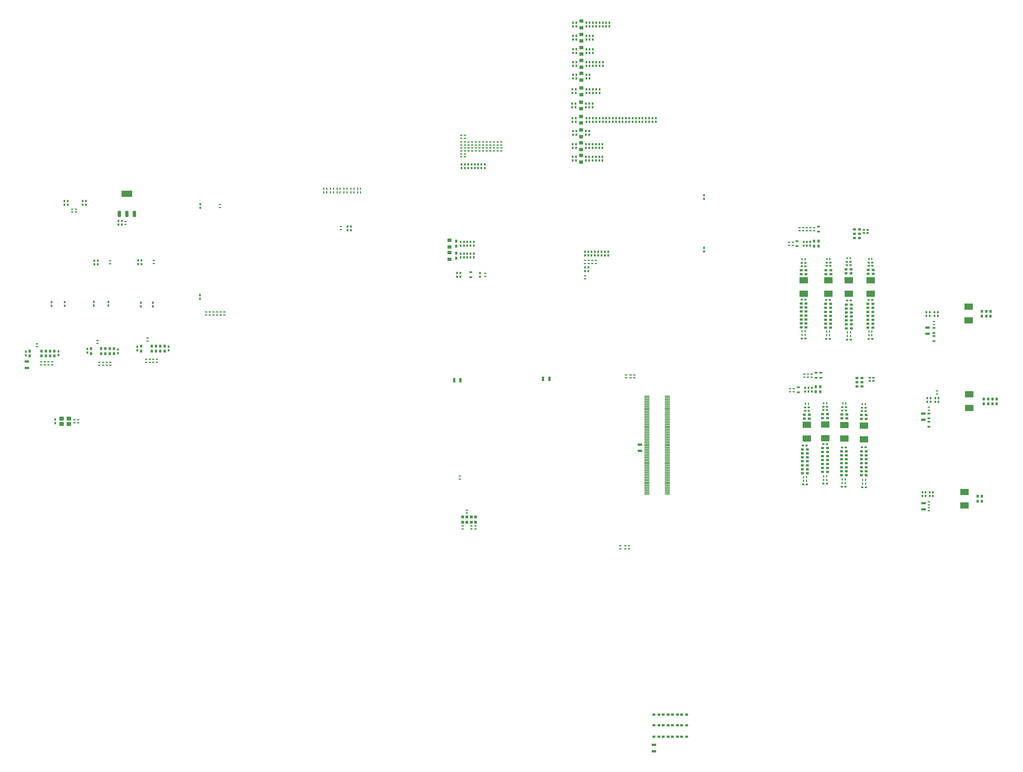
<source format=gbp>
%FSLAX46Y46*%
%MOMM*%
%AMPS19*
21,1,0.600000,0.500000,0.000000,0.000000,360.000000*
%
%ADD19PS19*%
%AMPS12*
21,1,0.600000,0.500000,0.000000,0.000000,270.000000*
%
%ADD12PS12*%
%AMPS21*
21,1,0.600000,0.500000,0.000000,0.000000,90.000000*
%
%ADD21PS21*%
%AMPS28*
21,1,1.400000,1.200000,0.000000,0.000000,360.000000*
%
%ADD28PS28*%
%AMPS25*
21,1,0.800000,0.800000,0.000000,0.000000,270.000000*
%
%ADD25PS25*%
%AMPS20*
21,1,1.000000,1.250000,0.000000,0.000000,270.000000*
%
%ADD20PS20*%
%AMPS14*
21,1,0.800000,0.750000,0.000000,0.000000,360.000000*
%
%ADD14PS14*%
%AMPS16*
21,1,0.800000,0.750000,0.000000,0.000000,270.000000*
%
%ADD16PS16*%
%AMPS26*
21,1,0.800000,0.750000,0.000000,0.000000,90.000000*
%
%ADD26PS26*%
%AMPS13*
21,1,0.400000,0.600000,0.000000,0.000000,360.000000*
%
%ADD13PS13*%
%AMPS11*
21,1,0.400000,0.600000,0.000000,0.000000,270.000000*
%
%ADD11PS11*%
%AMPS15*
21,1,0.400000,0.600000,0.000000,0.000000,90.000000*
%
%ADD15PS15*%
%AMPS22*
21,1,1.900000,2.500000,0.000000,0.000000,270.000000*
%
%ADD22PS22*%
%AMPS10*
21,1,0.700000,1.300000,0.000000,0.000000,270.000000*
%
%ADD10PS10*%
%AMPS27*
21,1,0.700000,1.300000,0.000000,0.000000,180.000000*
%
%ADD27PS27*%
%AMPS24*
21,1,0.700000,1.300000,0.000000,0.000000,90.000000*
%
%ADD24PS24*%
%AMPS17*
21,1,0.304800,1.447800,0.000000,0.000000,270.000000*
%
%ADD17PS17*%
%AMPS23*
21,1,0.500000,0.900000,0.000000,0.000000,270.000000*
%
%ADD23PS23*%
%AMPS18*
21,1,0.500000,0.900000,0.000000,0.000000,90.000000*
%
%ADD18PS18*%
%AMPS30*
1,1,0.500000,-1.375000,0.700000*
1,1,0.500000,-1.375000,-0.700000*
21,1,3.250000,1.400000,0.000000,0.000000,180.000000*
21,1,2.750000,1.900000,0.000000,0.000000,180.000000*
1,1,0.500000,1.375000,0.700000*
1,1,0.500000,1.375000,-0.700000*
%
%ADD30PS30*%
%AMPS29*
1,1,0.400000,0.275000,-0.750000*
1,1,0.400000,0.275000,0.750000*
21,1,0.950000,1.500000,0.000000,0.000000,360.000000*
21,1,0.550000,1.900000,0.000000,0.000000,360.000000*
1,1,0.400000,-0.275000,-0.750000*
1,1,0.400000,-0.275000,0.750000*
%
%ADD29PS29*%
G01*
G01*
%LPD*%
G75*
D10*
X-150000000Y24350000D03*
D10*
X-150000000Y26250000D03*
D11*
X86100000Y21550000D03*
D11*
X86100000Y22450000D03*
D11*
X-9900000Y89950000D03*
D11*
X-9900000Y90850000D03*
D12*
X16100000Y124750000D03*
D12*
X16100000Y123650000D03*
D13*
X-59350000Y77400000D03*
D13*
X-60250000Y77400000D03*
D14*
X102250000Y-2100000D03*
D14*
X103750000Y-2100000D03*
D12*
X22000000Y88150000D03*
D12*
X22000000Y87050000D03*
D12*
X85300000Y18350000D03*
D12*
X85300000Y17250000D03*
D12*
X20000000Y104250000D03*
D12*
X20000000Y103150000D03*
D15*
X-95800000Y41250000D03*
D15*
X-95800000Y40350000D03*
D12*
X19000000Y88150000D03*
D12*
X19000000Y87050000D03*
D13*
X97350000Y-9400000D03*
D13*
X96450000Y-9400000D03*
D16*
X88000000Y62650000D03*
D16*
X88000000Y61150000D03*
D12*
X15000000Y88150000D03*
D12*
X15000000Y87050000D03*
D16*
X-111000000Y30950000D03*
D16*
X-111000000Y29450000D03*
D12*
X86300000Y18350000D03*
D12*
X86300000Y17250000D03*
D11*
X85000000Y21550000D03*
D11*
X85000000Y22450000D03*
D17*
X37413900Y15260800D03*
D17*
X37413900Y-6255500D03*
D17*
X43586100Y-7756700D03*
D17*
X37413900Y-11259300D03*
D17*
X43586100Y7254800D03*
D17*
X43586100Y-1251700D03*
D17*
X43586100Y10757400D03*
D17*
X37413900Y-250900D03*
D17*
X43586100Y13259300D03*
D17*
X43586100Y-6755900D03*
D17*
X37413900Y12759000D03*
D17*
X43586100Y-9758200D03*
D17*
X37413900Y-4754300D03*
D17*
X37413900Y-6755900D03*
D17*
X37413900Y-3753600D03*
D17*
X43586100Y4252500D03*
D17*
X43586100Y-5755100D03*
D17*
X43586100Y13759700D03*
D17*
X37413900Y13259300D03*
D17*
X43586100Y-10758900D03*
D17*
X37413900Y11758200D03*
D17*
X43586100Y-5254700D03*
D17*
X43586100Y5253300D03*
D17*
X37413900Y-4253900D03*
D17*
X37413900Y-2752800D03*
D17*
X43586100Y-4253900D03*
D17*
X37413900Y-8257000D03*
D17*
X43586100Y4752900D03*
D17*
X37413900Y14260100D03*
D17*
X43586100Y-3253200D03*
D17*
X43586100Y12258600D03*
D17*
X37413900Y249400D03*
D17*
X37413900Y-751300D03*
D17*
X43586100Y7755200D03*
D17*
X43586100Y10257000D03*
D17*
X43586100Y-7256299D03*
D17*
X37413900Y8755900D03*
D17*
X37413900Y5253300D03*
D17*
X43586100Y9256299D03*
D17*
X43586100Y-2752800D03*
D17*
X37413900Y3752200D03*
D17*
X43586100Y-10258500D03*
D17*
X37413900Y-12760400D03*
D17*
X43586100Y-13260800D03*
D17*
X43586100Y5753700D03*
D17*
X37413900Y8255500D03*
D17*
X43586100Y-3753600D03*
D17*
X37413900Y749801D03*
D17*
X43586100Y-1752100D03*
D17*
X37413900Y-7756700D03*
D17*
X43586100Y-751300D03*
D17*
X37413900Y5753700D03*
D17*
X37413900Y1250199D03*
D17*
X37413900Y2751400D03*
D17*
X37413900Y-10758900D03*
D17*
X43586100Y2751400D03*
D17*
X43586100Y11758200D03*
D17*
X43586100Y-4754300D03*
D17*
X43586100Y-12760400D03*
D17*
X43586100Y-2252400D03*
D17*
X37413900Y9756700D03*
D17*
X37413900Y-7256299D03*
D17*
X43586100Y749801D03*
D17*
X37413900Y-2252400D03*
D17*
X37413900Y4752900D03*
D17*
X43586100Y15761200D03*
D17*
X37413900Y-5755100D03*
D17*
X37413900Y9256299D03*
D17*
X37413900Y6254000D03*
D17*
X37413900Y7755200D03*
D17*
X43586100Y9756700D03*
D17*
X43586100Y6754400D03*
D17*
X43586100Y1750600D03*
D17*
X43586100Y8755900D03*
D17*
X43586100Y3752200D03*
D17*
X37413900Y-9257800D03*
D17*
X37413900Y4252500D03*
D17*
X43586100Y1250199D03*
D17*
X37413900Y-12260000D03*
D17*
X37413900Y14760500D03*
D17*
X37413900Y-5254700D03*
D17*
X37413900Y15761200D03*
D17*
X43586100Y-11259300D03*
D17*
X43586100Y-8757400D03*
D17*
X37413900Y10257000D03*
D17*
X37413900Y13759700D03*
D17*
X37413900Y7254800D03*
D17*
X37413900Y12258600D03*
D17*
X37413900Y3251800D03*
D17*
X37413900Y-13260800D03*
D17*
X37413900Y-8757400D03*
D17*
X37413900Y6754400D03*
D17*
X37413900Y1750600D03*
D17*
X37413900Y-9758200D03*
D17*
X43586100Y-12260000D03*
D17*
X43586100Y249400D03*
D17*
X43586100Y3251800D03*
D17*
X37413900Y-1251700D03*
D17*
X43586100Y15260800D03*
D17*
X43586100Y-8257000D03*
D17*
X37413900Y10757400D03*
D17*
X43586100Y12759000D03*
D17*
X37413900Y-11759700D03*
D17*
X43586100Y-6255500D03*
D17*
X37413900Y2251000D03*
D17*
X43586100Y14260100D03*
D17*
X37413900Y11257800D03*
D17*
X43586100Y-13761200D03*
D17*
X43586100Y2251000D03*
D17*
X43586100Y11257800D03*
D17*
X43586100Y8255500D03*
D17*
X43586100Y-250900D03*
D17*
X37413900Y-1752100D03*
D17*
X37413900Y-3253200D03*
D17*
X43586100Y6254000D03*
D17*
X43586100Y14760500D03*
D17*
X43586100Y-11759700D03*
D17*
X37413900Y-10258500D03*
D17*
X37413900Y-13761200D03*
D17*
X43586100Y-9257800D03*
D11*
X19799996Y55949994D03*
D11*
X19799996Y56849994D03*
D12*
X16100000Y120650000D03*
D12*
X16100000Y119550000D03*
D12*
X24100000Y128750000D03*
D12*
X24100000Y127650000D03*
D12*
X24700000Y59450000D03*
D12*
X24700000Y58350000D03*
D11*
X80400000Y61450000D03*
D11*
X80400000Y62350000D03*
D12*
X16100000Y116750000D03*
D12*
X16100000Y115650000D03*
D12*
X19100000Y128750000D03*
D12*
X19100000Y127650000D03*
D12*
X20100000Y120650000D03*
D12*
X20100000Y119550000D03*
D11*
X-110700000Y26050000D03*
D11*
X-110700000Y26950000D03*
D18*
X82800000Y62650000D03*
D18*
X82800000Y61150000D03*
D16*
X140600000Y14950000D03*
D16*
X140600000Y13450000D03*
D11*
X31100000Y21350000D03*
D11*
X31100000Y22250000D03*
D11*
X30900000Y-30350000D03*
D11*
X30900000Y-29450000D03*
D13*
X91750000Y13700000D03*
D13*
X90850000Y13700000D03*
D12*
X18700000Y59450000D03*
D12*
X18700000Y58350000D03*
D12*
X24100000Y99850000D03*
D12*
X24100000Y98750000D03*
D11*
X-112900000Y26050000D03*
D11*
X-112900000Y26950000D03*
D14*
X91450000Y43700000D03*
D14*
X92950000Y43700000D03*
D19*
X91650000Y44900000D03*
D19*
X92750000Y44900000D03*
D12*
X14900000Y99850000D03*
D12*
X14900000Y98750000D03*
D11*
X-111700000Y55950000D03*
D11*
X-111700000Y56850000D03*
D12*
X29100000Y99850000D03*
D12*
X29100000Y98750000D03*
D13*
X103550000Y-9500000D03*
D13*
X102650000Y-9500000D03*
D20*
X-22300008Y57200056D03*
D20*
X-22300008Y59200056D03*
D11*
X-124900000Y55850000D03*
D11*
X-124900000Y56750000D03*
D16*
X-123700000Y30150000D03*
D16*
X-123700000Y28650000D03*
D14*
X84450000Y-300000D03*
D14*
X85950000Y-300000D03*
D12*
X15100000Y112950000D03*
D12*
X15100000Y111850000D03*
D12*
X15900000Y99850000D03*
D12*
X15900000Y98750000D03*
D11*
X84700000Y65850000D03*
D11*
X84700000Y66750000D03*
D21*
X-138700000Y73650000D03*
D21*
X-138700000Y74750000D03*
D16*
X140000000Y41450000D03*
D16*
X140000000Y39950000D03*
D11*
X29400000Y-30350000D03*
D11*
X29400000Y-29450000D03*
D19*
X96450000Y300000D03*
D19*
X97550000Y300000D03*
D12*
X37100000Y99850000D03*
D12*
X37100000Y98750000D03*
D13*
X-57350000Y78500000D03*
D13*
X-58250000Y78500000D03*
D12*
X-17900000Y58850000D03*
D12*
X-17900000Y57750000D03*
D19*
X104450000Y56200000D03*
D19*
X105550000Y56200000D03*
D22*
X98500000Y50850000D03*
D22*
X98500000Y46750000D03*
D11*
X-12100000Y91750000D03*
D11*
X-12100000Y92650000D03*
D14*
X96250000Y-2100000D03*
D14*
X97750000Y-2100000D03*
D10*
X121000000Y8650000D03*
D10*
X121000000Y10550000D03*
D12*
X24000000Y91950000D03*
D12*
X24000000Y90850000D03*
D21*
X15800000Y103150000D03*
D21*
X15800000Y104250000D03*
D23*
X83200000Y16950000D03*
D23*
X83200000Y18450000D03*
D14*
X84050000Y53900000D03*
D14*
X85550000Y53900000D03*
D16*
X138700000Y41450000D03*
D16*
X138700000Y39950000D03*
D21*
X-115600000Y42950000D03*
D21*
X-115600000Y44050000D03*
D11*
X-143500000Y25250000D03*
D11*
X-143500000Y26150000D03*
D19*
X97950000Y44700000D03*
D19*
X99050000Y44700000D03*
D12*
X-122500000Y29950000D03*
D12*
X-122500000Y28850000D03*
D20*
X17599992Y127200056D03*
D20*
X17599992Y129200056D03*
D14*
X84050000Y39000000D03*
D14*
X85550000Y39000000D03*
D12*
X25100000Y128750000D03*
D12*
X25100000Y127650000D03*
D14*
X84050000Y41400000D03*
D14*
X85550000Y41400000D03*
D12*
X21100000Y128750000D03*
D12*
X21100000Y127650000D03*
D11*
X-145700000Y25250000D03*
D11*
X-145700000Y26150000D03*
D12*
X20700000Y59450000D03*
D12*
X20700000Y58350000D03*
D13*
X85250000Y34300000D03*
D13*
X84350000Y34300000D03*
D12*
X-16900000Y62450000D03*
D12*
X-16900000Y61350000D03*
D14*
X45150000Y-83700000D03*
D14*
X46650000Y-83700000D03*
D12*
X18700000Y54750000D03*
D12*
X18700000Y53650000D03*
D19*
X84250000Y33200000D03*
D19*
X85350000Y33200000D03*
D14*
X96250000Y-6900000D03*
D14*
X97750000Y-6900000D03*
D11*
X-16500000Y89950000D03*
D11*
X-16500000Y90850000D03*
D13*
X98950000Y34000000D03*
D13*
X98050000Y34000000D03*
D13*
X-53250000Y78500000D03*
D13*
X-54150000Y78500000D03*
D16*
X138700000Y-14450000D03*
D16*
X138700000Y-15950000D03*
D12*
X-141500000Y8750000D03*
D12*
X-141500000Y7650000D03*
D12*
X-18900000Y62450000D03*
D12*
X-18900000Y61350000D03*
D14*
X90550000Y-2300000D03*
D14*
X92050000Y-2300000D03*
D14*
X84050000Y42600000D03*
D14*
X85550000Y42600000D03*
D12*
X19000000Y104250000D03*
D12*
X19000000Y103150000D03*
D12*
X14900000Y108550000D03*
D12*
X14900000Y107450000D03*
D24*
X122300000Y36550000D03*
D24*
X122300000Y34650000D03*
D11*
X-19100000Y-9250000D03*
D11*
X-19100000Y-8350000D03*
D16*
X-109700000Y30950000D03*
D16*
X-109700000Y29450000D03*
D19*
X96550000Y11500000D03*
D19*
X97650000Y11500000D03*
D12*
X-52100000Y67050000D03*
D12*
X-52100000Y65950000D03*
D14*
X96250000Y-4500000D03*
D14*
X97750000Y-4500000D03*
D12*
X20100000Y112950000D03*
D12*
X20100000Y111850000D03*
D14*
X84450000Y-5100000D03*
D14*
X85950000Y-5100000D03*
D12*
X-129800000Y44350000D03*
D12*
X-129800000Y43250000D03*
D14*
X97750000Y41100000D03*
D14*
X99250000Y41100000D03*
D11*
X-8800000Y89950000D03*
D11*
X-8800000Y90850000D03*
D12*
X-116700000Y30750000D03*
D12*
X-116700000Y29650000D03*
D12*
X-115400000Y56850000D03*
D12*
X-115400000Y55750000D03*
D11*
X-128700000Y31750000D03*
D11*
X-128700000Y32650000D03*
D14*
X97750000Y37500000D03*
D14*
X99250000Y37500000D03*
D14*
X84050000Y37800000D03*
D14*
X85550000Y37800000D03*
D19*
X102450000Y12300000D03*
D19*
X103550000Y12300000D03*
D11*
X-144600000Y25250000D03*
D11*
X-144600000Y26150000D03*
D12*
X23700000Y59450000D03*
D12*
X23700000Y58350000D03*
D11*
X-15400000Y91750000D03*
D11*
X-15400000Y92650000D03*
D22*
X105100000Y50850000D03*
D22*
X105100000Y46750000D03*
D12*
X16100000Y112950000D03*
D12*
X16100000Y111850000D03*
D14*
X102250000Y-5700000D03*
D14*
X103750000Y-5700000D03*
D12*
X-18900000Y58850000D03*
D12*
X-18900000Y57750000D03*
D16*
X89300000Y62650000D03*
D16*
X89300000Y61150000D03*
D11*
X-8800000Y91750000D03*
D11*
X-8800000Y92650000D03*
D11*
X-90300000Y40350000D03*
D11*
X-90300000Y41250000D03*
D11*
X-9900000Y91750000D03*
D11*
X-9900000Y92650000D03*
D14*
X39550000Y-80500000D03*
D14*
X41050000Y-80500000D03*
D11*
X-17600000Y91750000D03*
D11*
X-17600000Y92650000D03*
D19*
X104850000Y21400000D03*
D19*
X105950000Y21400000D03*
D12*
X36100000Y99850000D03*
D12*
X36100000Y98750000D03*
D14*
X102250000Y-900000D03*
D14*
X103750000Y-900000D03*
D13*
X103450000Y13400000D03*
D13*
X102550000Y13400000D03*
D12*
X20100000Y116750000D03*
D12*
X20100000Y115650000D03*
D21*
X121700000Y-14350000D03*
D21*
X121700000Y-13250000D03*
D14*
X97750000Y38700000D03*
D14*
X99250000Y38700000D03*
D11*
X-11000000Y91750000D03*
D11*
X-11000000Y92650000D03*
D14*
X100950000Y20000000D03*
D14*
X102450000Y20000000D03*
D14*
X102250000Y-6900000D03*
D14*
X103750000Y-6900000D03*
D14*
X97750000Y39900000D03*
D14*
X99250000Y39900000D03*
D20*
X17499992Y90400056D03*
D20*
X17499992Y92400056D03*
D23*
X122700000Y9050000D03*
D23*
X122700000Y10550000D03*
D11*
X18700000Y51250000D03*
D11*
X18700000Y52150000D03*
D20*
X17499992Y86600056D03*
D20*
X17499992Y88600056D03*
D12*
X19100000Y116750000D03*
D12*
X19100000Y115650000D03*
D11*
X86900000Y65850000D03*
D11*
X86900000Y66750000D03*
D13*
X105450000Y35300000D03*
D13*
X104550000Y35300000D03*
D11*
X-15400000Y89950000D03*
D11*
X-15400000Y90850000D03*
D10*
X39500000Y-91550000D03*
D10*
X39500000Y-89650000D03*
D16*
X-115500000Y30950000D03*
D16*
X-115500000Y29450000D03*
D25*
X-18300000Y-22300000D03*
D25*
X-18300000Y-20700000D03*
D14*
X104250000Y43700000D03*
D14*
X105750000Y43700000D03*
D12*
X-16600000Y85850000D03*
D12*
X-16600000Y84750000D03*
D23*
X124200000Y34950000D03*
D23*
X124200000Y36450000D03*
D19*
X91650000Y33100000D03*
D19*
X92750000Y33100000D03*
D26*
X-143000000Y27950000D03*
D26*
X-143000000Y29450000D03*
D12*
X-11600000Y85850000D03*
D12*
X-11600000Y84750000D03*
D19*
X96350000Y-11600000D03*
D19*
X97450000Y-11600000D03*
D12*
X15900000Y108550000D03*
D12*
X15900000Y107450000D03*
D14*
X104350000Y52800000D03*
D14*
X105850000Y52800000D03*
D16*
X141300000Y41450000D03*
D16*
X141300000Y39950000D03*
D14*
X104350000Y54000000D03*
D14*
X105850000Y54000000D03*
D14*
X42350000Y-87200000D03*
D14*
X43850000Y-87200000D03*
D12*
X-15900000Y58850000D03*
D12*
X-15900000Y57750000D03*
D13*
X-51150000Y78500000D03*
D13*
X-52050000Y78500000D03*
D14*
X91450000Y38900000D03*
D14*
X92950000Y38900000D03*
D11*
X-12100000Y89950000D03*
D11*
X-12100000Y90850000D03*
D12*
X15100000Y116750000D03*
D12*
X15100000Y115650000D03*
D14*
X102250000Y8900000D03*
D14*
X103750000Y8900000D03*
D19*
X90750000Y12600000D03*
D19*
X91850000Y12600000D03*
D13*
X-53250000Y77400000D03*
D13*
X-54150000Y77400000D03*
D22*
X134700000Y42850000D03*
D22*
X134700000Y38750000D03*
D12*
X16000000Y91950000D03*
D12*
X16000000Y90850000D03*
D14*
X84050000Y36600000D03*
D14*
X85550000Y36600000D03*
D16*
X-125000000Y30150000D03*
D16*
X-125000000Y28650000D03*
D12*
X20100000Y108550000D03*
D12*
X20100000Y107450000D03*
D12*
X22100000Y99850000D03*
D12*
X22100000Y98750000D03*
D11*
X-111800000Y26050000D03*
D11*
X-111800000Y26950000D03*
D12*
X19100000Y120650000D03*
D12*
X19100000Y119550000D03*
D11*
X33600000Y21350000D03*
D11*
X33600000Y22250000D03*
D19*
X103050000Y66100000D03*
D19*
X104150000Y66100000D03*
D12*
X-16900000Y58850000D03*
D12*
X-16900000Y57750000D03*
D12*
X-15600000Y85850000D03*
D12*
X-15600000Y84750000D03*
D13*
X105450000Y57300000D03*
D13*
X104550000Y57300000D03*
D11*
X-13200000Y91750000D03*
D11*
X-13200000Y92650000D03*
D18*
X122700000Y8050000D03*
D18*
X122700000Y6550000D03*
D20*
X17499992Y98400056D03*
D20*
X17499992Y100400056D03*
D11*
X-14300000Y89950000D03*
D11*
X-14300000Y90850000D03*
D21*
X122900000Y-14350000D03*
D21*
X122900000Y-13250000D03*
D11*
X-135600000Y7750000D03*
D11*
X-135600000Y8650000D03*
D11*
X-120200000Y67750000D03*
D11*
X-120200000Y68650000D03*
D21*
X-133200000Y73650000D03*
D21*
X-133200000Y74750000D03*
D14*
X97750000Y42300000D03*
D14*
X99250000Y42300000D03*
D11*
X-18700000Y91750000D03*
D11*
X-18700000Y92650000D03*
D19*
X90750000Y1300000D03*
D19*
X91850000Y1300000D03*
D13*
X92650000Y34200000D03*
D13*
X91750000Y34200000D03*
D14*
X84450000Y-7500000D03*
D14*
X85950000Y-7500000D03*
D13*
X-59350000Y78500000D03*
D13*
X-60250000Y78500000D03*
D26*
X-141700000Y27950000D03*
D26*
X-141700000Y29450000D03*
D21*
X124400000Y40050000D03*
D21*
X124400000Y41150000D03*
D14*
X96250000Y-5700000D03*
D14*
X97750000Y-5700000D03*
D12*
X21000000Y91950000D03*
D12*
X21000000Y90850000D03*
D14*
X104250000Y42500000D03*
D14*
X105750000Y42500000D03*
D19*
X91750000Y56200000D03*
D19*
X92850000Y56200000D03*
D12*
X19100000Y124750000D03*
D12*
X19100000Y123650000D03*
D19*
X84250000Y45000000D03*
D19*
X85350000Y45000000D03*
D19*
X90750000Y-10600000D03*
D19*
X91850000Y-10600000D03*
D20*
X17599992Y115300056D03*
D20*
X17599992Y117300056D03*
D21*
X125400000Y40050000D03*
D21*
X125400000Y41150000D03*
D22*
X85770000Y7130000D03*
D22*
X85770000Y3030000D03*
D12*
X21100000Y116750000D03*
D12*
X21100000Y115650000D03*
D14*
X104250000Y41300000D03*
D14*
X105750000Y41300000D03*
D14*
X47950000Y-87200000D03*
D14*
X49450000Y-87200000D03*
D11*
X80700000Y17150000D03*
D11*
X80700000Y18050000D03*
D14*
X104250000Y36500000D03*
D14*
X105750000Y36500000D03*
D15*
X-135200000Y72350000D03*
D15*
X-135200000Y71450000D03*
D19*
X104850000Y20400000D03*
D19*
X105950000Y20400000D03*
D12*
X19100000Y99850000D03*
D12*
X19100000Y98750000D03*
D14*
X97660000Y52930000D03*
D14*
X99160000Y52930000D03*
D11*
X-16500000Y91750000D03*
D11*
X-16500000Y92650000D03*
D19*
X104450000Y33100000D03*
D19*
X105550000Y33100000D03*
D15*
X-94700000Y41250000D03*
D15*
X-94700000Y40350000D03*
D11*
X-124800000Y25150000D03*
D11*
X-124800000Y26050000D03*
D12*
X-18600000Y85850000D03*
D12*
X-18600000Y84750000D03*
D12*
X19000000Y91950000D03*
D12*
X19000000Y90850000D03*
D19*
X104450000Y55200000D03*
D19*
X105550000Y55200000D03*
D18*
X124200000Y33950000D03*
D18*
X124200000Y32450000D03*
D13*
X105450000Y34200000D03*
D13*
X104550000Y34200000D03*
D16*
X-127600000Y30150000D03*
D16*
X-127600000Y28650000D03*
D14*
X42350000Y-80500000D03*
D14*
X43850000Y-80500000D03*
D13*
X91750000Y-8400000D03*
D13*
X90850000Y-8400000D03*
D21*
X54700000Y75450000D03*
D21*
X54700000Y76550000D03*
D12*
X25100000Y99850000D03*
D12*
X25100000Y98750000D03*
D12*
X31100000Y99850000D03*
D12*
X31100000Y98750000D03*
D20*
X-22300008Y60900056D03*
D20*
X-22300008Y62900056D03*
D20*
X17499992Y94300056D03*
D20*
X17499992Y96300056D03*
D13*
X85650000Y-8700000D03*
D13*
X84750000Y-8700000D03*
D14*
X90550000Y9200000D03*
D14*
X92050000Y9200000D03*
D20*
X17599992Y123200056D03*
D20*
X17599992Y125200056D03*
D13*
X91750000Y-9500000D03*
D13*
X90850000Y-9500000D03*
D21*
X123200000Y14050000D03*
D21*
X123200000Y15150000D03*
D12*
X-122300000Y68750000D03*
D12*
X-122300000Y67650000D03*
D12*
X21100000Y99850000D03*
D12*
X21100000Y98750000D03*
D12*
X39100000Y99850000D03*
D12*
X39100000Y98750000D03*
D11*
X-128100000Y25150000D03*
D11*
X-128100000Y26050000D03*
D11*
X-18700000Y89950000D03*
D11*
X-18700000Y90850000D03*
D15*
X81500000Y62350000D03*
D15*
X81500000Y61450000D03*
D12*
X19100000Y108550000D03*
D12*
X19100000Y107450000D03*
D12*
X22100000Y128750000D03*
D12*
X22100000Y127650000D03*
D19*
X104450000Y44900000D03*
D19*
X105550000Y44900000D03*
D13*
X-57350000Y77400000D03*
D13*
X-58250000Y77400000D03*
D11*
X-92500000Y40350000D03*
D11*
X-92500000Y41250000D03*
D12*
X27100000Y99850000D03*
D12*
X27100000Y98750000D03*
D12*
X-12600000Y85850000D03*
D12*
X-12600000Y84750000D03*
D20*
X17599992Y119200056D03*
D20*
X17599992Y121200056D03*
D12*
X21100000Y120650000D03*
D12*
X21100000Y119550000D03*
D27*
X-20850000Y20600000D03*
D27*
X-18950000Y20600000D03*
D14*
X102250000Y-8100000D03*
D14*
X103750000Y-8100000D03*
D13*
X85250000Y35400000D03*
D13*
X84350000Y35400000D03*
D16*
X137400000Y-14450000D03*
D16*
X137400000Y-15950000D03*
D13*
X85250000Y57200000D03*
D13*
X84350000Y57200000D03*
D14*
X91450000Y36500000D03*
D14*
X92950000Y36500000D03*
D23*
X88600000Y21350000D03*
D23*
X88600000Y22850000D03*
D20*
X17599992Y111400056D03*
D20*
X17599992Y113400056D03*
D23*
X89300000Y65550000D03*
D23*
X89300000Y67050000D03*
D13*
X97550000Y13600000D03*
D13*
X96650000Y13600000D03*
D11*
X-13200000Y89950000D03*
D11*
X-13200000Y90850000D03*
D15*
X125100000Y17350000D03*
D15*
X125100000Y16450000D03*
D14*
X100150000Y64900000D03*
D14*
X101650000Y64900000D03*
D13*
X-55350000Y77400000D03*
D13*
X-56250000Y77400000D03*
D12*
X21100000Y108550000D03*
D12*
X21100000Y107450000D03*
D14*
X42350000Y-83700000D03*
D14*
X43850000Y-83700000D03*
D12*
X-19000000Y53050000D03*
D12*
X-19000000Y51950000D03*
D22*
X84800000Y50850000D03*
D22*
X84800000Y46750000D03*
D14*
X100950000Y18700000D03*
D14*
X102450000Y18700000D03*
D11*
X-91400000Y40350000D03*
D11*
X-91400000Y41250000D03*
D11*
X124200000Y37450000D03*
D11*
X124200000Y38350000D03*
D16*
X88500000Y18650000D03*
D16*
X88500000Y17150000D03*
D13*
X-49150000Y78500000D03*
D13*
X-50050000Y78500000D03*
D16*
X139300000Y14950000D03*
D16*
X139300000Y13450000D03*
D21*
X-132200000Y73650000D03*
D21*
X-132200000Y74750000D03*
D12*
X-129600000Y56750000D03*
D12*
X-129600000Y55650000D03*
D12*
X-14600000Y85850000D03*
D12*
X-14600000Y84750000D03*
D12*
X20100000Y99850000D03*
D12*
X20100000Y98750000D03*
D12*
X85800000Y62450000D03*
D12*
X85800000Y61350000D03*
D11*
X-125900000Y25150000D03*
D11*
X-125900000Y26050000D03*
D14*
X45150000Y-80500000D03*
D14*
X46650000Y-80500000D03*
D11*
X-113500000Y32450000D03*
D11*
X-113500000Y33350000D03*
D11*
X122700000Y11550000D03*
D11*
X122700000Y12450000D03*
D12*
X20000000Y95950000D03*
D12*
X20000000Y94850000D03*
D12*
X20100000Y124750000D03*
D12*
X20100000Y123650000D03*
D15*
X-14400000Y-23450000D03*
D15*
X-14400000Y-24350000D03*
D12*
X22700000Y59450000D03*
D12*
X22700000Y58350000D03*
D11*
X88000000Y65850000D03*
D11*
X88000000Y66750000D03*
D11*
X-11000000Y89950000D03*
D11*
X-11000000Y90850000D03*
D16*
X-126300000Y30150000D03*
D16*
X-126300000Y28650000D03*
D12*
X16100000Y128750000D03*
D12*
X16100000Y127650000D03*
D12*
X19700000Y59450000D03*
D12*
X19700000Y58350000D03*
D24*
X35300000Y1150000D03*
D24*
X35300000Y-750000D03*
D12*
X15100000Y124750000D03*
D12*
X15100000Y123650000D03*
D14*
X102250000Y-3300000D03*
D14*
X103750000Y-3300000D03*
D14*
X45150000Y-87200000D03*
D14*
X46650000Y-87200000D03*
D12*
X84800000Y62450000D03*
D12*
X84800000Y61350000D03*
D22*
X97090000Y7070000D03*
D22*
X97090000Y2970000D03*
D14*
X100150000Y66200000D03*
D14*
X101650000Y66200000D03*
D19*
X84250000Y55100000D03*
D19*
X85350000Y55100000D03*
D12*
X-13000000Y53050000D03*
D12*
X-13000000Y51950000D03*
D15*
X-18300000Y-23450000D03*
D15*
X-18300000Y-24350000D03*
D14*
X91450000Y37700000D03*
D14*
X92950000Y37700000D03*
D12*
X26100000Y99850000D03*
D12*
X26100000Y98750000D03*
D14*
X85050000Y10200000D03*
D14*
X86550000Y10200000D03*
D14*
X96350000Y9100000D03*
D14*
X97850000Y9100000D03*
D14*
X85050000Y9000000D03*
D14*
X86550000Y9000000D03*
D28*
X-139500000Y9000000D03*
D28*
X-137300000Y9000000D03*
D28*
X-137300000Y7400000D03*
D28*
X-139500000Y7400000D03*
D16*
X-130600000Y30150000D03*
D16*
X-130600000Y28650000D03*
D22*
X133400000Y-13150000D03*
D22*
X133400000Y-17250000D03*
D12*
X23000000Y91950000D03*
D12*
X23000000Y90850000D03*
D19*
X97950000Y32900000D03*
D19*
X99050000Y32900000D03*
D14*
X100150000Y63600000D03*
D14*
X101650000Y63600000D03*
D14*
X84050000Y40200000D03*
D14*
X85550000Y40200000D03*
D14*
X104250000Y38900000D03*
D14*
X105750000Y38900000D03*
D19*
X85250000Y11400000D03*
D19*
X86350000Y11400000D03*
D22*
X103060000Y6880000D03*
D22*
X103060000Y2780000D03*
D12*
X16000000Y88150000D03*
D12*
X16000000Y87050000D03*
D14*
X102250000Y-4500000D03*
D14*
X103750000Y-4500000D03*
D12*
X-97700000Y46350000D03*
D12*
X-97700000Y45250000D03*
D11*
X81800000Y17150000D03*
D11*
X81800000Y18050000D03*
D12*
X23100000Y99850000D03*
D12*
X23100000Y98750000D03*
D12*
X-128600000Y56750000D03*
D12*
X-128600000Y55650000D03*
D12*
X23100000Y108550000D03*
D12*
X23100000Y107450000D03*
D12*
X19100000Y112950000D03*
D12*
X19100000Y111850000D03*
D11*
X-17600000Y93750000D03*
D11*
X-17600000Y94650000D03*
D14*
X39550000Y-83700000D03*
D14*
X41050000Y-83700000D03*
D19*
X84550000Y900000D03*
D19*
X85650000Y900000D03*
D14*
X96250000Y-8100000D03*
D14*
X97750000Y-8100000D03*
D19*
X102550000Y-11700000D03*
D19*
X103650000Y-11700000D03*
D21*
X-137700000Y73650000D03*
D21*
X-137700000Y74750000D03*
D21*
X125600000Y14050000D03*
D21*
X125600000Y15150000D03*
D15*
X-15700000Y-23450000D03*
D15*
X-15700000Y-24350000D03*
D12*
X23100000Y128750000D03*
D12*
X23100000Y127650000D03*
D13*
X97350000Y-10500000D03*
D13*
X96450000Y-10500000D03*
D14*
X97660000Y54130000D03*
D14*
X99160000Y54130000D03*
D14*
X84050000Y52700000D03*
D14*
X85550000Y52700000D03*
D12*
X-131700000Y30050000D03*
D12*
X-131700000Y28950000D03*
D14*
X90550000Y-4700000D03*
D14*
X92050000Y-4700000D03*
D14*
X39550000Y-87200000D03*
D14*
X41050000Y-87200000D03*
D12*
X15000000Y91950000D03*
D12*
X15000000Y90850000D03*
D19*
X84250000Y56100000D03*
D19*
X85350000Y56100000D03*
D16*
X141900000Y14950000D03*
D16*
X141900000Y13450000D03*
D14*
X102250000Y10100000D03*
D14*
X103750000Y10100000D03*
D14*
X91450000Y41300000D03*
D14*
X92950000Y41300000D03*
D12*
X-111900000Y44050000D03*
D12*
X-111900000Y42950000D03*
D14*
X91450000Y40100000D03*
D14*
X92950000Y40100000D03*
D10*
X121100000Y-18450000D03*
D10*
X121100000Y-16550000D03*
D25*
X-17000000Y-22300000D03*
D25*
X-17000000Y-20700000D03*
D19*
X97860000Y55430000D03*
D19*
X98960000Y55430000D03*
D14*
X97750000Y36300000D03*
D14*
X99250000Y36300000D03*
D11*
X-6600000Y91750000D03*
D11*
X-6600000Y92650000D03*
D20*
X17609992Y106980056D03*
D20*
X17609992Y108980056D03*
D12*
X-121300000Y68750000D03*
D12*
X-121300000Y67650000D03*
D15*
X21999996Y56849994D03*
D15*
X21999996Y55949994D03*
D12*
X-125400000Y44350000D03*
D12*
X-125400000Y43250000D03*
D12*
X21000000Y104250000D03*
D12*
X21000000Y103150000D03*
D11*
X-11400000Y52050000D03*
D11*
X-11400000Y52950000D03*
D13*
X98860000Y57530000D03*
D13*
X97960000Y57530000D03*
D14*
X97750000Y43500000D03*
D14*
X99250000Y43500000D03*
D14*
X90550000Y100000D03*
D14*
X92050000Y100000D03*
D11*
X122700000Y-17050000D03*
D11*
X122700000Y-16150000D03*
D14*
X104250000Y37700000D03*
D14*
X105750000Y37700000D03*
D16*
X89800000Y18650000D03*
D16*
X89800000Y17150000D03*
D19*
X103050000Y65100000D03*
D19*
X104150000Y65100000D03*
D26*
X-145600000Y27950000D03*
D26*
X-145600000Y29450000D03*
D13*
X85650000Y-9800000D03*
D13*
X84750000Y-9800000D03*
D11*
X-14300000Y91750000D03*
D11*
X-14300000Y92650000D03*
D12*
X-20000000Y53050000D03*
D12*
X-20000000Y51950000D03*
D14*
X96250000Y-900000D03*
D14*
X97750000Y-900000D03*
D12*
X-15900000Y62450000D03*
D12*
X-15900000Y61350000D03*
D12*
X-97600000Y73850000D03*
D12*
X-97600000Y72750000D03*
D15*
X-17000000Y-18650000D03*
D15*
X-17000000Y-19550000D03*
D14*
X84450000Y-1500000D03*
D14*
X85950000Y-1500000D03*
D21*
X-140500000Y28250000D03*
D21*
X-140500000Y29350000D03*
D13*
X-49150000Y77400000D03*
D13*
X-50050000Y77400000D03*
D12*
X15100000Y120650000D03*
D12*
X15100000Y119550000D03*
D15*
X-136300000Y72350000D03*
D15*
X-136300000Y71450000D03*
D14*
X104250000Y40100000D03*
D14*
X105750000Y40100000D03*
D11*
X-18700000Y93750000D03*
D11*
X-18700000Y94650000D03*
D12*
X15100000Y128750000D03*
D12*
X15100000Y127650000D03*
D11*
X-17600000Y88150000D03*
D11*
X-17600000Y89050000D03*
D11*
X122700000Y-18850000D03*
D11*
X122700000Y-17950000D03*
D12*
X26100000Y128750000D03*
D12*
X26100000Y127650000D03*
D19*
X85250000Y12400000D03*
D19*
X86350000Y12400000D03*
D12*
X20000000Y91950000D03*
D12*
X20000000Y90850000D03*
D12*
X-107200000Y30750000D03*
D12*
X-107200000Y29650000D03*
D12*
X54700000Y60650000D03*
D12*
X54700000Y59550000D03*
D14*
X91450000Y42500000D03*
D14*
X92950000Y42500000D03*
D12*
X-142600000Y44250000D03*
D12*
X-142600000Y43150000D03*
D21*
X124600000Y14050000D03*
D21*
X124600000Y15150000D03*
D12*
X-14900000Y62450000D03*
D12*
X-14900000Y61350000D03*
D12*
X40100000Y99850000D03*
D12*
X40100000Y98750000D03*
D12*
X-17600000Y85850000D03*
D12*
X-17600000Y84750000D03*
D14*
X90550000Y-5900000D03*
D14*
X92050000Y-5900000D03*
D12*
X-14900000Y58850000D03*
D12*
X-14900000Y57750000D03*
D12*
X25700000Y59450000D03*
D12*
X25700000Y58350000D03*
D12*
X21700000Y59450000D03*
D12*
X21700000Y58350000D03*
D21*
X122900000Y40050000D03*
D21*
X122900000Y41150000D03*
D14*
X84050000Y43800000D03*
D14*
X85550000Y43800000D03*
D13*
X-51150000Y77400000D03*
D13*
X-52050000Y77400000D03*
D16*
X-20200000Y59050000D03*
D16*
X-20200000Y57550000D03*
D27*
X6050000Y21000000D03*
D27*
X7950000Y21000000D03*
D12*
X-13600000Y85850000D03*
D12*
X-13600000Y84750000D03*
D16*
X-149200000Y29450000D03*
D16*
X-149200000Y27950000D03*
D19*
X102450000Y400000D03*
D19*
X103550000Y400000D03*
D11*
X-7700000Y91750000D03*
D11*
X-7700000Y92650000D03*
D14*
X96350000Y10300000D03*
D14*
X97850000Y10300000D03*
D21*
X123900000Y-14350000D03*
D21*
X123900000Y-13250000D03*
D14*
X84450000Y-2700000D03*
D14*
X85950000Y-2700000D03*
D22*
X134900000Y16350000D03*
D22*
X134900000Y12250000D03*
D11*
X-7700000Y89950000D03*
D11*
X-7700000Y90850000D03*
D12*
X-17900000Y62450000D03*
D12*
X-17900000Y61350000D03*
D12*
X28100000Y99850000D03*
D12*
X28100000Y98750000D03*
D20*
X17499992Y102700056D03*
D20*
X17499992Y104700056D03*
D14*
X84450000Y-3900000D03*
D14*
X85950000Y-3900000D03*
D14*
X100950000Y21300000D03*
D14*
X102450000Y21300000D03*
D12*
X22100000Y116750000D03*
D12*
X22100000Y115650000D03*
D16*
X-108400000Y30950000D03*
D16*
X-108400000Y29450000D03*
D14*
X47950000Y-83700000D03*
D14*
X49450000Y-83700000D03*
D21*
X14800000Y103150000D03*
D21*
X14800000Y104250000D03*
D11*
X-114000000Y26050000D03*
D11*
X-114000000Y26950000D03*
D16*
X143200000Y14950000D03*
D16*
X143200000Y13450000D03*
D11*
X-6600000Y89950000D03*
D11*
X-6600000Y90850000D03*
D29*
X-122120000Y70880000D03*
D30*
X-119820000Y76980000D03*
D29*
X-119820000Y70880000D03*
D29*
X-117520000Y70880000D03*
D23*
X-15800000Y51750000D03*
D23*
X-15800000Y53250000D03*
D15*
X18699996Y56849994D03*
D15*
X18699996Y55949994D03*
D12*
X23000000Y88150000D03*
D12*
X23000000Y87050000D03*
D19*
X90750000Y11600000D03*
D19*
X91850000Y11600000D03*
D14*
X90550000Y-7100000D03*
D14*
X92050000Y-7100000D03*
D14*
X91550000Y52700000D03*
D14*
X93050000Y52700000D03*
D11*
X85800000Y65850000D03*
D11*
X85800000Y66750000D03*
D19*
X91750000Y55200000D03*
D19*
X92850000Y55200000D03*
D12*
X30100000Y99850000D03*
D12*
X30100000Y98750000D03*
D11*
X-91700000Y72850000D03*
D11*
X-91700000Y73750000D03*
D12*
X35100000Y99850000D03*
D12*
X35100000Y98750000D03*
D12*
X19700000Y54750000D03*
D12*
X19700000Y53650000D03*
D11*
X-93600000Y40350000D03*
D11*
X-93600000Y41250000D03*
D14*
X91550000Y53900000D03*
D14*
X93050000Y53900000D03*
D12*
X21100000Y124750000D03*
D12*
X21100000Y123650000D03*
D11*
X83600000Y65850000D03*
D11*
X83600000Y66750000D03*
D26*
X-144300000Y27950000D03*
D26*
X-144300000Y29450000D03*
D11*
X32000000Y-30350000D03*
D11*
X32000000Y-29450000D03*
D13*
X86250000Y13500000D03*
D13*
X85350000Y13500000D03*
D11*
X-134500000Y7750000D03*
D11*
X-134500000Y8650000D03*
D11*
X-17600000Y89950000D03*
D11*
X-17600000Y90850000D03*
D14*
X96250000Y-3300000D03*
D14*
X97750000Y-3300000D03*
D19*
X96550000Y12500000D03*
D19*
X97650000Y12500000D03*
D12*
X-150400000Y29250000D03*
D12*
X-150400000Y28150000D03*
D12*
X20000000Y88150000D03*
D12*
X20000000Y87050000D03*
D25*
X-14400000Y-22300000D03*
D25*
X-14400000Y-20700000D03*
D11*
X32500000Y21350000D03*
D11*
X32500000Y22250000D03*
D12*
X22100000Y108550000D03*
D12*
X22100000Y107450000D03*
D22*
X92300000Y50850000D03*
D22*
X92300000Y46750000D03*
D12*
X34100000Y99850000D03*
D12*
X34100000Y98750000D03*
D12*
X19000000Y95950000D03*
D12*
X19000000Y94850000D03*
D11*
X87200000Y21550000D03*
D11*
X87200000Y22450000D03*
D22*
X91320000Y7200000D03*
D22*
X91320000Y3100000D03*
D21*
X121900000Y40050000D03*
D21*
X121900000Y41150000D03*
D12*
X24000000Y88150000D03*
D12*
X24000000Y87050000D03*
D12*
X15100000Y95950000D03*
D12*
X15100000Y94850000D03*
D12*
X-53100000Y67050000D03*
D12*
X-53100000Y65950000D03*
D21*
X120700000Y-14350000D03*
D21*
X120700000Y-13250000D03*
D14*
X90550000Y-3500000D03*
D14*
X92050000Y-3500000D03*
D11*
X-127000000Y25150000D03*
D11*
X-127000000Y26050000D03*
D12*
X38100000Y99850000D03*
D12*
X38100000Y98750000D03*
D11*
X-142400000Y25250000D03*
D11*
X-142400000Y26150000D03*
D13*
X103550000Y-10600000D03*
D13*
X102650000Y-10600000D03*
D14*
X90550000Y-1100000D03*
D14*
X92050000Y-1100000D03*
D13*
X-55350000Y78500000D03*
D13*
X-56250000Y78500000D03*
D12*
X23100000Y116750000D03*
D12*
X23100000Y115650000D03*
D19*
X102450000Y11300000D03*
D19*
X103550000Y11300000D03*
D16*
X-112300000Y30950000D03*
D16*
X-112300000Y29450000D03*
D14*
X47950000Y-80500000D03*
D14*
X49450000Y-80500000D03*
D14*
X84450000Y-6300000D03*
D14*
X85950000Y-6300000D03*
D11*
X-147000000Y30750000D03*
D11*
X-147000000Y31650000D03*
D14*
X90550000Y10400000D03*
D14*
X92050000Y10400000D03*
D12*
X24100000Y116750000D03*
D12*
X24100000Y115650000D03*
D21*
X122200000Y14050000D03*
D21*
X122200000Y15150000D03*
D25*
X-15700000Y-22300000D03*
D25*
X-15700000Y-20700000D03*
D13*
X98950000Y35100000D03*
D13*
X98050000Y35100000D03*
D12*
X21000000Y88150000D03*
D12*
X21000000Y87050000D03*
D19*
X97860000Y56430000D03*
D19*
X98960000Y56430000D03*
D12*
X20100000Y128750000D03*
D12*
X20100000Y127650000D03*
D11*
X-55100000Y66150000D03*
D11*
X-55100000Y67050000D03*
D12*
X32100000Y99850000D03*
D12*
X32100000Y98750000D03*
D12*
X33100000Y99850000D03*
D12*
X33100000Y98750000D03*
D13*
X92650000Y35300000D03*
D13*
X91750000Y35300000D03*
D16*
X-20200000Y62650000D03*
D16*
X-20200000Y61150000D03*
D13*
X92750000Y57300000D03*
D13*
X91850000Y57300000D03*
D12*
X-138600000Y44250000D03*
D12*
X-138600000Y43150000D03*
D12*
X86800000Y62450000D03*
D12*
X86800000Y61350000D03*
D23*
X90000000Y21350000D03*
D23*
X90000000Y22850000D03*
D12*
X87300000Y18350000D03*
D12*
X87300000Y17250000D03*
D12*
X16100000Y95950000D03*
D12*
X16100000Y94850000D03*
D12*
X22000000Y91950000D03*
D12*
X22000000Y90850000D03*
D19*
X84650000Y-10900000D03*
D19*
X85750000Y-10900000D03*
D11*
X-18700000Y88150000D03*
D11*
X-18700000Y89050000D03*
D12*
X-116400000Y56850000D03*
D12*
X-116400000Y55750000D03*
D15*
X20899996Y56849994D03*
D15*
X20899996Y55949994D03*
M02*

</source>
